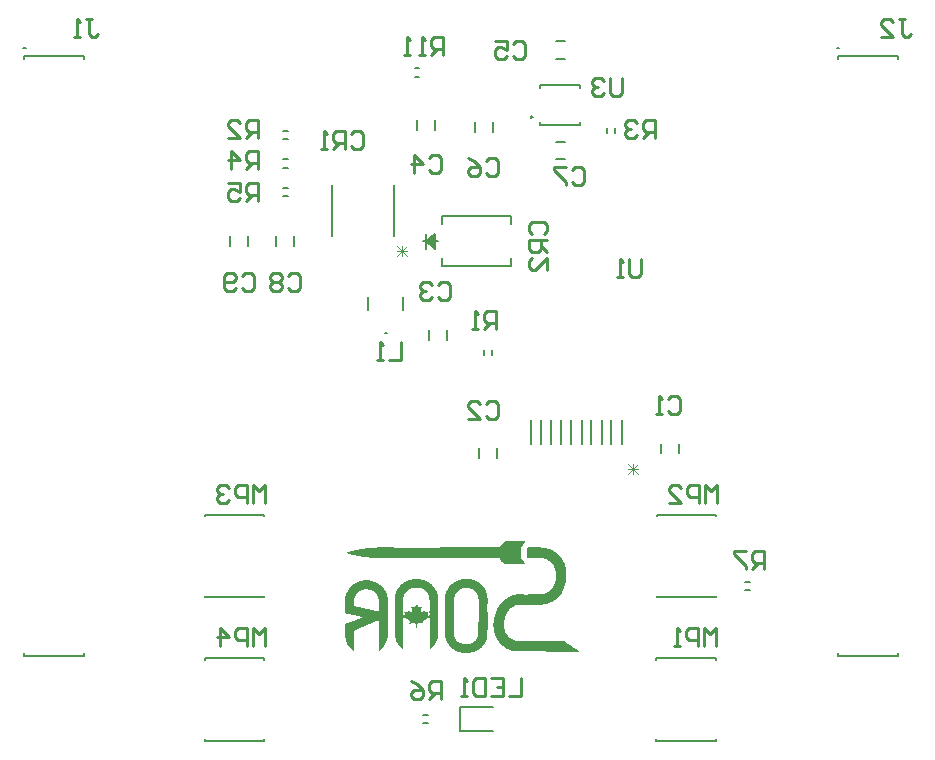
<source format=gbo>
G04*
G04 #@! TF.GenerationSoftware,Altium Limited,Altium Designer,22.9.1 (49)*
G04*
G04 Layer_Color=32896*
%FSLAX25Y25*%
%MOIN*%
G70*
G04*
G04 #@! TF.SameCoordinates,5559CDC9-6134-4E51-B498-14E690802BEE*
G04*
G04*
G04 #@! TF.FilePolarity,Positive*
G04*
G01*
G75*
%ADD12C,0.01000*%
%ADD42C,0.00787*%
%ADD43C,0.00600*%
%ADD44C,0.00300*%
G36*
X-125824Y-241027D02*
X-125282Y-241055D01*
X-125197Y-241084D01*
X-124712Y-241141D01*
X-124597Y-241170D01*
X-124127Y-241241D01*
X-124012Y-241269D01*
X-123784Y-241355D01*
X-123328Y-241469D01*
X-123171Y-241512D01*
X-123028Y-241569D01*
X-122771Y-241683D01*
X-122629Y-241740D01*
X-122472Y-241783D01*
X-122243Y-241926D01*
X-122087Y-241997D01*
X-121901Y-242068D01*
X-121730Y-242182D01*
X-121687Y-242225D01*
X-121544Y-242282D01*
X-121345Y-242396D01*
X-121259Y-242482D01*
X-121002Y-242625D01*
X-120845Y-242753D01*
X-120774Y-242825D01*
X-120574Y-242939D01*
X-120503Y-243039D01*
X-120332Y-243153D01*
X-119675Y-243809D01*
X-119647Y-243866D01*
X-119576Y-243937D01*
X-119518Y-243966D01*
X-119447Y-244066D01*
X-119319Y-244223D01*
X-119247Y-244294D01*
X-119219Y-244351D01*
X-119033Y-244622D01*
X-118962Y-244693D01*
X-118934Y-244750D01*
X-118791Y-245007D01*
X-118734Y-245064D01*
X-118705Y-245121D01*
X-118477Y-245549D01*
X-118334Y-245863D01*
X-118277Y-246006D01*
X-118078Y-246434D01*
X-118035Y-246619D01*
X-117921Y-246905D01*
X-117878Y-247062D01*
X-117821Y-247261D01*
X-117792Y-247375D01*
X-117749Y-247618D01*
X-117721Y-247761D01*
X-117692Y-247875D01*
X-117650Y-248032D01*
X-117593Y-248260D01*
X-117564Y-248460D01*
X-117507Y-249030D01*
X-117478Y-249915D01*
X-117507Y-251170D01*
X-117535Y-251256D01*
X-117578Y-251727D01*
X-117607Y-251898D01*
X-117635Y-252041D01*
X-117678Y-252198D01*
X-117735Y-252426D01*
X-117764Y-252626D01*
X-117792Y-252740D01*
X-117835Y-252982D01*
X-117864Y-253096D01*
X-118049Y-253681D01*
X-118106Y-253910D01*
X-118120Y-253952D01*
X-118135Y-253967D01*
X-118177Y-254124D01*
X-118249Y-254252D01*
X-118306Y-254395D01*
X-118334Y-254509D01*
X-118434Y-254780D01*
X-118477Y-254823D01*
X-118591Y-255079D01*
X-118663Y-255265D01*
X-118705Y-255365D01*
X-118848Y-255593D01*
X-118905Y-255736D01*
X-119019Y-255935D01*
X-119076Y-255993D01*
X-119105Y-256050D01*
X-119276Y-256363D01*
X-119362Y-256449D01*
X-119390Y-256506D01*
X-119504Y-256706D01*
X-119675Y-256877D01*
X-119704Y-256934D01*
X-119832Y-257091D01*
X-119932Y-257191D01*
X-119961Y-257248D01*
X-120089Y-257405D01*
X-120660Y-257976D01*
X-120717Y-258004D01*
X-120760Y-258047D01*
X-120788Y-258104D01*
X-120959Y-258218D01*
X-121002Y-258261D01*
X-121059Y-258289D01*
X-121202Y-258432D01*
X-121345Y-258518D01*
X-121502Y-258646D01*
X-121744Y-258774D01*
X-121901Y-258903D01*
X-122357Y-259131D01*
X-122400Y-259174D01*
X-122543Y-259231D01*
X-122814Y-259331D01*
X-123057Y-259459D01*
X-123456Y-259573D01*
X-123642Y-259645D01*
X-123784Y-259702D01*
X-123941Y-259745D01*
X-124127Y-259787D01*
X-124269Y-259816D01*
X-124612Y-259873D01*
X-124897Y-259930D01*
X-125011Y-259959D01*
X-125296Y-260016D01*
X-125682Y-260058D01*
X-126138Y-260087D01*
X-126252Y-260116D01*
X-127522Y-260187D01*
X-129790Y-260201D01*
X-129876Y-260173D01*
X-131773Y-260101D01*
X-132373Y-260073D01*
X-133100Y-260058D01*
X-133186Y-260087D01*
X-133700Y-260116D01*
X-133785Y-260144D01*
X-133956Y-260173D01*
X-134156Y-260258D01*
X-134356Y-260315D01*
X-134470Y-260344D01*
X-134741Y-260444D01*
X-135354Y-260772D01*
X-135411Y-260829D01*
X-135468Y-260857D01*
X-135668Y-260971D01*
X-135839Y-261143D01*
X-135897Y-261171D01*
X-136110Y-261328D01*
X-136139Y-261385D01*
X-136182Y-261428D01*
X-136239Y-261457D01*
X-136453Y-261671D01*
X-136481Y-261728D01*
X-136653Y-261870D01*
X-136681Y-261927D01*
X-136810Y-262084D01*
X-136938Y-262213D01*
X-137052Y-262412D01*
X-137180Y-262569D01*
X-137366Y-262897D01*
X-137480Y-263069D01*
X-137537Y-263211D01*
X-137609Y-263397D01*
X-137651Y-263440D01*
X-137680Y-263497D01*
X-137765Y-263696D01*
X-137808Y-263882D01*
X-137951Y-264281D01*
X-137979Y-264395D01*
X-138022Y-264552D01*
X-138079Y-264895D01*
X-138222Y-265979D01*
X-138251Y-266350D01*
X-138222Y-267263D01*
X-138193Y-267349D01*
X-138151Y-267734D01*
X-138037Y-268476D01*
X-138008Y-268590D01*
X-137894Y-268875D01*
X-137780Y-269189D01*
X-137694Y-269417D01*
X-137651Y-269460D01*
X-137623Y-269517D01*
X-137423Y-269888D01*
X-137309Y-270002D01*
X-137195Y-270202D01*
X-137052Y-270345D01*
X-137024Y-270402D01*
X-136967Y-270459D01*
X-136938Y-270516D01*
X-136638Y-270815D01*
X-136581Y-270844D01*
X-136382Y-271044D01*
X-136325Y-271072D01*
X-136267Y-271129D01*
X-136210Y-271158D01*
X-136096Y-271272D01*
X-135839Y-271415D01*
X-135640Y-271557D01*
X-135497Y-271614D01*
X-135012Y-271843D01*
X-134898Y-271871D01*
X-134627Y-271971D01*
X-134470Y-272042D01*
X-134242Y-272099D01*
X-133557Y-272185D01*
X-133443Y-272214D01*
X-126652Y-272185D01*
X-121102Y-272199D01*
X-118663Y-272185D01*
X-118577Y-272214D01*
X-118363Y-272199D01*
X-118192Y-272228D01*
X-118092Y-272271D01*
X-117721Y-272470D01*
X-117578Y-272613D01*
X-117521Y-272642D01*
X-117322Y-272756D01*
X-117165Y-272884D01*
X-116851Y-273084D01*
X-116751Y-273184D01*
X-116494Y-273326D01*
X-116380Y-273441D01*
X-116323Y-273469D01*
X-116123Y-273583D01*
X-116037Y-273669D01*
X-115980Y-273697D01*
X-115809Y-273811D01*
X-115752Y-273840D01*
X-115595Y-273968D01*
X-115552Y-274011D01*
X-115296Y-274154D01*
X-115210Y-274239D01*
X-115153Y-274268D01*
X-114882Y-274453D01*
X-114839Y-274496D01*
X-114782Y-274525D01*
X-114582Y-274639D01*
X-114425Y-274767D01*
X-114354Y-274839D01*
X-114097Y-274981D01*
X-114012Y-275067D01*
X-113954Y-275095D01*
X-113755Y-275209D01*
X-113698Y-275267D01*
X-113641Y-275295D01*
X-113584Y-275352D01*
X-113398Y-275452D01*
X-113370Y-275509D01*
X-113341Y-275595D01*
X-113412Y-275666D01*
X-113526Y-275695D01*
X-113612Y-275723D01*
X-113698Y-275695D01*
X-114154Y-275666D01*
X-114354Y-275695D01*
X-133871Y-275666D01*
X-133956Y-275638D01*
X-134527Y-275609D01*
X-134613Y-275581D01*
X-134784Y-275552D01*
X-134869Y-275523D01*
X-135212Y-275466D01*
X-135326Y-275438D01*
X-135526Y-275409D01*
X-135754Y-275352D01*
X-135939Y-275281D01*
X-136353Y-275152D01*
X-136710Y-275024D01*
X-136752Y-274981D01*
X-136952Y-274896D01*
X-137138Y-274824D01*
X-137295Y-274725D01*
X-137466Y-274610D01*
X-137580Y-274582D01*
X-137951Y-274325D01*
X-138151Y-274211D01*
X-138293Y-274068D01*
X-138436Y-273983D01*
X-138593Y-273854D01*
X-138693Y-273754D01*
X-138750Y-273726D01*
X-138978Y-273498D01*
X-139035Y-273469D01*
X-139164Y-273341D01*
X-139192Y-273284D01*
X-139263Y-273212D01*
X-139321Y-273184D01*
X-139392Y-273112D01*
X-139420Y-273055D01*
X-139549Y-272898D01*
X-139677Y-272770D01*
X-139706Y-272713D01*
X-139905Y-272456D01*
X-139962Y-272399D01*
X-140077Y-272199D01*
X-140162Y-272114D01*
X-140191Y-272057D01*
X-140333Y-271800D01*
X-140419Y-271714D01*
X-140447Y-271657D01*
X-140676Y-271229D01*
X-140733Y-271172D01*
X-140847Y-270887D01*
X-141075Y-270402D01*
X-141118Y-270245D01*
X-141175Y-270102D01*
X-141275Y-269917D01*
X-141389Y-269460D01*
X-141446Y-269260D01*
X-141517Y-269075D01*
X-141546Y-268961D01*
X-141603Y-268675D01*
X-141674Y-268091D01*
X-141703Y-267891D01*
X-141746Y-267534D01*
X-141774Y-267220D01*
X-141789Y-266321D01*
X-141760Y-266236D01*
X-141732Y-265779D01*
X-141703Y-265694D01*
X-141660Y-265223D01*
X-141632Y-264938D01*
X-141575Y-264567D01*
X-141517Y-264281D01*
X-141446Y-264039D01*
X-141389Y-263811D01*
X-141346Y-263625D01*
X-141318Y-263454D01*
X-141261Y-263226D01*
X-141189Y-263069D01*
X-141104Y-262783D01*
X-141047Y-262555D01*
X-140875Y-262184D01*
X-140719Y-261742D01*
X-140676Y-261699D01*
X-140505Y-261328D01*
X-140419Y-261186D01*
X-140305Y-261014D01*
X-140162Y-260757D01*
X-140034Y-260601D01*
X-139948Y-260429D01*
X-139877Y-260330D01*
X-139791Y-260244D01*
X-139763Y-260187D01*
X-139563Y-259930D01*
X-139477Y-259844D01*
X-139449Y-259787D01*
X-139321Y-259630D01*
X-139192Y-259502D01*
X-139164Y-259445D01*
X-139107Y-259388D01*
X-139078Y-259331D01*
X-138907Y-259188D01*
X-138850Y-259131D01*
X-138821Y-259074D01*
X-138778Y-259031D01*
X-138721Y-259003D01*
X-138664Y-258946D01*
X-138621Y-258931D01*
X-138593Y-258874D01*
X-138464Y-258746D01*
X-138407Y-258717D01*
X-138251Y-258589D01*
X-138151Y-258489D01*
X-138094Y-258461D01*
X-137837Y-258261D01*
X-137751Y-258175D01*
X-137551Y-258061D01*
X-137352Y-257919D01*
X-137152Y-257804D01*
X-136952Y-257662D01*
X-136810Y-257605D01*
X-136553Y-257462D01*
X-136239Y-257319D01*
X-135811Y-257119D01*
X-135611Y-257063D01*
X-135468Y-257005D01*
X-135283Y-256934D01*
X-134955Y-256834D01*
X-134613Y-256777D01*
X-134498Y-256749D01*
X-134256Y-256706D01*
X-134142Y-256677D01*
X-133999Y-256649D01*
X-133828Y-256620D01*
X-133543Y-256592D01*
X-132901Y-256577D01*
X-132815Y-256606D01*
X-132087Y-256677D01*
X-131431Y-256706D01*
X-131017Y-256720D01*
X-130932Y-256692D01*
X-129676Y-256663D01*
X-129591Y-256634D01*
X-128892Y-256592D01*
X-128064Y-256563D01*
X-126909Y-256549D01*
X-126823Y-256577D01*
X-125853Y-256606D01*
X-125767Y-256577D01*
X-125311Y-256549D01*
X-125225Y-256520D01*
X-124983Y-256478D01*
X-124754Y-256392D01*
X-124597Y-256321D01*
X-124241Y-256192D01*
X-124069Y-256078D01*
X-124027Y-256035D01*
X-123841Y-255964D01*
X-123556Y-255736D01*
X-123399Y-255636D01*
X-123299Y-255564D01*
X-123271Y-255507D01*
X-123142Y-255408D01*
X-123085Y-255379D01*
X-123014Y-255308D01*
X-122985Y-255251D01*
X-122885Y-255151D01*
X-122828Y-255122D01*
X-122757Y-255051D01*
X-122729Y-254994D01*
X-122500Y-254766D01*
X-122472Y-254709D01*
X-122343Y-254552D01*
X-122243Y-254452D01*
X-122215Y-254395D01*
X-122101Y-254195D01*
X-122015Y-254109D01*
X-121987Y-254052D01*
X-121815Y-253738D01*
X-121673Y-253539D01*
X-121616Y-253339D01*
X-121387Y-252854D01*
X-121302Y-252512D01*
X-121159Y-252140D01*
X-121102Y-251798D01*
X-121074Y-251598D01*
X-121045Y-251313D01*
X-121017Y-251199D01*
X-120988Y-250571D01*
X-121017Y-249458D01*
X-121045Y-249373D01*
X-121088Y-248902D01*
X-121145Y-248531D01*
X-121173Y-248417D01*
X-121259Y-248189D01*
X-121302Y-248032D01*
X-121387Y-247689D01*
X-121444Y-247547D01*
X-121473Y-247490D01*
X-121616Y-247176D01*
X-121673Y-247033D01*
X-121701Y-246976D01*
X-121844Y-246776D01*
X-122015Y-246462D01*
X-122158Y-246320D01*
X-122243Y-246177D01*
X-122472Y-245949D01*
X-122500Y-245892D01*
X-122543Y-245849D01*
X-122600Y-245820D01*
X-122828Y-245592D01*
X-122971Y-245507D01*
X-123114Y-245364D01*
X-123485Y-245164D01*
X-123627Y-245079D01*
X-123770Y-245022D01*
X-124041Y-244922D01*
X-124084Y-244879D01*
X-124226Y-244822D01*
X-124426Y-244765D01*
X-124726Y-244693D01*
X-125182Y-244579D01*
X-125354Y-244551D01*
X-125739Y-244508D01*
X-126794Y-244479D01*
X-130290Y-244494D01*
X-130390Y-244451D01*
X-130490Y-244351D01*
X-130518Y-244151D01*
X-130561Y-242625D01*
X-130589Y-241655D01*
X-130618Y-241426D01*
X-130632Y-241384D01*
X-130604Y-241298D01*
X-130575Y-241184D01*
X-130447Y-241055D01*
X-130304Y-240998D01*
X-129833Y-241013D01*
X-125910Y-240998D01*
X-125824Y-241027D01*
D02*
G37*
G36*
X-131146Y-239101D02*
X-131260Y-239301D01*
X-131403Y-239500D01*
X-131488Y-239586D01*
X-131517Y-239643D01*
X-131531Y-239657D01*
X-131545Y-239671D01*
X-131574Y-239729D01*
X-131702Y-239886D01*
X-131802Y-239985D01*
X-131916Y-240185D01*
X-132059Y-240328D01*
X-132173Y-240528D01*
X-132301Y-240656D01*
X-132358Y-240685D01*
X-132473Y-240856D01*
X-132515Y-241013D01*
X-132487Y-241640D01*
X-132501Y-244651D01*
X-132287Y-244865D01*
X-132258Y-244922D01*
X-132116Y-245064D01*
X-132087Y-245121D01*
X-131888Y-245378D01*
X-131831Y-245435D01*
X-131716Y-245635D01*
X-131631Y-245721D01*
X-131602Y-245778D01*
X-131488Y-245977D01*
X-131388Y-246077D01*
X-131331Y-246106D01*
X-131288Y-246149D01*
X-131231Y-246291D01*
X-131260Y-246405D01*
X-131417Y-246448D01*
X-131502Y-246420D01*
X-131788Y-246391D01*
X-131988Y-246420D01*
X-137680Y-246405D01*
X-138094Y-246420D01*
X-138293Y-246305D01*
X-138593Y-246006D01*
X-138621Y-245949D01*
X-138750Y-245820D01*
X-138807Y-245792D01*
X-138878Y-245692D01*
X-139164Y-245407D01*
X-139192Y-245350D01*
X-139235Y-245307D01*
X-139292Y-245278D01*
X-139392Y-245178D01*
X-139420Y-245121D01*
X-139649Y-244893D01*
X-139677Y-244779D01*
X-139749Y-244679D01*
X-140062Y-244536D01*
X-140176Y-244508D01*
X-140547Y-244479D01*
X-160064Y-244451D01*
X-160150Y-244422D01*
X-160292Y-244365D01*
X-160406Y-244337D01*
X-160563Y-244379D01*
X-160735Y-244408D01*
X-160777Y-244422D01*
X-160863Y-244394D01*
X-173888Y-244379D01*
X-173903Y-244394D01*
X-173988Y-244365D01*
X-174102Y-244394D01*
X-174416Y-244365D01*
X-174559Y-244308D01*
X-174673Y-244337D01*
X-174759Y-244422D01*
X-174958Y-244479D01*
X-178154Y-244508D01*
X-181236Y-244479D01*
X-181321Y-244451D01*
X-182534Y-244408D01*
X-182876Y-244379D01*
X-183162Y-244351D01*
X-183390Y-244322D01*
X-183675Y-244294D01*
X-183904Y-244265D01*
X-184531Y-244208D01*
X-184874Y-244180D01*
X-185330Y-244123D01*
X-185501Y-244094D01*
X-185644Y-244066D01*
X-185758Y-244037D01*
X-185901Y-244009D01*
X-186072Y-243980D01*
X-186529Y-243923D01*
X-186871Y-243866D01*
X-187014Y-243837D01*
X-187128Y-243809D01*
X-187270Y-243780D01*
X-187427Y-243738D01*
X-187627Y-243709D01*
X-187741Y-243681D01*
X-187941Y-243652D01*
X-188055Y-243623D01*
X-188412Y-243552D01*
X-188597Y-243481D01*
X-188940Y-243395D01*
X-189382Y-243295D01*
X-189524Y-243238D01*
X-189710Y-243167D01*
X-189895Y-243124D01*
X-190124Y-243067D01*
X-190281Y-243024D01*
X-190395Y-242996D01*
X-190666Y-242896D01*
X-190766Y-242825D01*
X-190780Y-242696D01*
X-190680Y-242596D01*
X-190480Y-242568D01*
X-190366Y-242539D01*
X-190138Y-242511D01*
X-189938Y-242425D01*
X-189796Y-242368D01*
X-189681Y-242339D01*
X-189496Y-242297D01*
X-189353Y-242268D01*
X-189011Y-242182D01*
X-188826Y-242111D01*
X-188597Y-242054D01*
X-188255Y-241997D01*
X-188141Y-241968D01*
X-187955Y-241926D01*
X-187627Y-241826D01*
X-187513Y-241797D01*
X-187042Y-241726D01*
X-186871Y-241697D01*
X-186728Y-241669D01*
X-186557Y-241640D01*
X-186329Y-241583D01*
X-186186Y-241555D01*
X-186015Y-241526D01*
X-185787Y-241498D01*
X-185401Y-241455D01*
X-184831Y-241398D01*
X-184717Y-241369D01*
X-184446Y-241326D01*
X-184303Y-241298D01*
X-184075Y-241269D01*
X-183789Y-241241D01*
X-183447Y-241212D01*
X-182648Y-241155D01*
X-182134Y-241127D01*
X-180936Y-241041D01*
X-180394Y-241013D01*
X-179224Y-240984D01*
X-176785Y-240970D01*
X-176699Y-240998D01*
X-175172Y-241013D01*
X-175015Y-240998D01*
X-174930Y-241027D01*
X-174816Y-241055D01*
X-174616Y-241255D01*
X-174431Y-241184D01*
X-174302Y-241141D01*
X-160578Y-241170D01*
X-160492Y-241198D01*
X-160378Y-241227D01*
X-160178Y-241112D01*
X-160036Y-241055D01*
X-159921Y-241027D01*
X-159722Y-240998D01*
X-140034Y-240970D01*
X-139663Y-240770D01*
X-139592Y-240585D01*
X-139506Y-240442D01*
X-139335Y-240299D01*
X-139292Y-240257D01*
X-139235Y-240228D01*
X-139107Y-240100D01*
X-139078Y-240042D01*
X-138821Y-239786D01*
X-138793Y-239729D01*
X-138564Y-239500D01*
X-138536Y-239443D01*
X-138436Y-239343D01*
X-138251Y-239272D01*
X-138151Y-239201D01*
X-138108Y-239158D01*
X-138079Y-239015D01*
X-131160Y-239001D01*
X-131146Y-239101D01*
D02*
G37*
G36*
X-165913Y-251670D02*
X-165828Y-251698D01*
X-165642Y-251741D01*
X-165528Y-251770D01*
X-165371Y-251812D01*
X-165029Y-251898D01*
X-164843Y-251941D01*
X-164701Y-251969D01*
X-164558Y-252026D01*
X-164201Y-252183D01*
X-164087Y-252212D01*
X-163830Y-252355D01*
X-163773Y-252412D01*
X-163588Y-252483D01*
X-163445Y-252540D01*
X-163402Y-252583D01*
X-163345Y-252611D01*
X-163260Y-252697D01*
X-163003Y-252840D01*
X-162889Y-252954D01*
X-162832Y-252982D01*
X-162632Y-253125D01*
X-162518Y-253239D01*
X-162461Y-253268D01*
X-162404Y-253325D01*
X-162347Y-253353D01*
X-161961Y-253738D01*
X-161933Y-253795D01*
X-161705Y-254024D01*
X-161676Y-254081D01*
X-161548Y-254238D01*
X-161448Y-254338D01*
X-161305Y-254594D01*
X-161191Y-254709D01*
X-161134Y-254851D01*
X-160991Y-255108D01*
X-160877Y-255279D01*
X-160835Y-255436D01*
X-160763Y-255622D01*
X-160592Y-255993D01*
X-160521Y-256321D01*
X-160464Y-256463D01*
X-160392Y-256649D01*
X-160335Y-256877D01*
X-160307Y-257162D01*
X-160278Y-257533D01*
X-160249Y-257647D01*
X-160221Y-258617D01*
X-160193Y-264296D01*
X-160235Y-269760D01*
X-160292Y-270502D01*
X-160321Y-270787D01*
X-160349Y-270958D01*
X-160378Y-271072D01*
X-160492Y-271358D01*
X-160535Y-271486D01*
X-160606Y-271814D01*
X-160820Y-272228D01*
X-160920Y-272499D01*
X-160991Y-272599D01*
X-161106Y-272770D01*
X-161163Y-272913D01*
X-161291Y-273070D01*
X-161334Y-273112D01*
X-161362Y-273169D01*
X-161477Y-273369D01*
X-161648Y-273540D01*
X-161676Y-273597D01*
X-161805Y-273754D01*
X-161933Y-273883D01*
X-161961Y-273940D01*
X-162090Y-274068D01*
X-162147Y-274097D01*
X-162218Y-274197D01*
X-162318Y-274296D01*
X-162375Y-274325D01*
X-162575Y-274525D01*
X-162632Y-274553D01*
X-162860Y-274782D01*
X-162975Y-274810D01*
X-163074Y-274739D01*
X-163103Y-274625D01*
X-163046Y-274425D01*
X-163074Y-264552D01*
X-163103Y-264467D01*
X-163231Y-264224D01*
X-163374Y-264167D01*
X-163574Y-264281D01*
X-163631Y-264367D01*
X-163688Y-264395D01*
X-163745Y-264453D01*
X-163802Y-264481D01*
X-163945Y-264624D01*
X-164002Y-264652D01*
X-164201Y-264766D01*
X-164315Y-264881D01*
X-164373Y-264909D01*
X-164686Y-265080D01*
X-164743Y-265137D01*
X-164943Y-265251D01*
X-165186Y-265494D01*
X-165271Y-265694D01*
X-165243Y-266008D01*
X-165129Y-266264D01*
X-165200Y-266336D01*
X-165571Y-266307D01*
X-165657Y-266279D01*
X-166013Y-266236D01*
X-166184Y-266207D01*
X-166299Y-266179D01*
X-166541Y-266108D01*
X-166698Y-266093D01*
X-166841Y-266122D01*
X-166998Y-266222D01*
X-167069Y-266293D01*
X-167097Y-266350D01*
X-167155Y-266493D01*
X-167183Y-267748D01*
X-167283Y-267877D01*
X-167397Y-267905D01*
X-167540Y-267877D01*
X-167611Y-267805D01*
X-167668Y-267663D01*
X-167654Y-266507D01*
X-167697Y-266407D01*
X-167782Y-266321D01*
X-167811Y-266264D01*
X-167939Y-266136D01*
X-168167Y-266079D01*
X-168282Y-266108D01*
X-168467Y-266150D01*
X-168710Y-266222D01*
X-168824Y-266250D01*
X-169123Y-266293D01*
X-169380Y-266321D01*
X-169494Y-266350D01*
X-169708Y-266364D01*
X-169780Y-266293D01*
X-169751Y-266093D01*
X-169608Y-265894D01*
X-169637Y-265665D01*
X-169694Y-265608D01*
X-169722Y-265551D01*
X-169780Y-265494D01*
X-169808Y-265437D01*
X-169937Y-265280D01*
X-170136Y-265166D01*
X-170308Y-264995D01*
X-170564Y-264852D01*
X-170678Y-264738D01*
X-170935Y-264595D01*
X-171092Y-264467D01*
X-171135Y-264424D01*
X-171192Y-264395D01*
X-171477Y-264196D01*
X-171591Y-264167D01*
X-171706Y-264196D01*
X-171777Y-264239D01*
X-171805Y-264296D01*
X-171862Y-264438D01*
X-171891Y-264552D01*
X-171862Y-265437D01*
X-171834Y-274739D01*
X-171905Y-274810D01*
X-172076Y-274782D01*
X-172148Y-274710D01*
X-172176Y-274653D01*
X-172276Y-274553D01*
X-172333Y-274525D01*
X-172490Y-274396D01*
X-172647Y-274239D01*
X-172704Y-274211D01*
X-172804Y-274111D01*
X-172833Y-274054D01*
X-172933Y-273954D01*
X-172990Y-273926D01*
X-173061Y-273826D01*
X-173189Y-273669D01*
X-173289Y-273569D01*
X-173318Y-273512D01*
X-173460Y-273312D01*
X-173603Y-273169D01*
X-173746Y-272913D01*
X-173831Y-272827D01*
X-173888Y-272684D01*
X-174031Y-272428D01*
X-174145Y-272256D01*
X-174188Y-272071D01*
X-174216Y-271957D01*
X-174345Y-271743D01*
X-174373Y-271629D01*
X-174402Y-271543D01*
X-174431Y-271429D01*
X-174530Y-270987D01*
X-174559Y-270844D01*
X-174602Y-270687D01*
X-174630Y-270487D01*
X-174659Y-270373D01*
X-174716Y-269802D01*
Y-269774D01*
X-174687Y-257590D01*
X-174659Y-257505D01*
X-174616Y-257262D01*
X-174587Y-257119D01*
X-174559Y-257005D01*
X-174530Y-256863D01*
X-174502Y-256749D01*
X-174416Y-256321D01*
X-174388Y-256206D01*
X-174302Y-255978D01*
X-174202Y-255736D01*
X-174174Y-255622D01*
X-174102Y-255436D01*
X-174060Y-255393D01*
X-174031Y-255336D01*
X-173945Y-255194D01*
X-173846Y-254923D01*
X-173774Y-254823D01*
X-173689Y-254737D01*
X-173660Y-254680D01*
X-173517Y-254423D01*
X-173403Y-254309D01*
X-173289Y-254109D01*
X-173061Y-253881D01*
X-173032Y-253824D01*
X-172533Y-253325D01*
X-172476Y-253296D01*
X-172419Y-253239D01*
X-172362Y-253210D01*
X-172291Y-253139D01*
X-172262Y-253082D01*
X-171948Y-252882D01*
X-171877Y-252811D01*
X-171563Y-252640D01*
X-171477Y-252554D01*
X-171278Y-252469D01*
X-171092Y-252397D01*
X-171049Y-252355D01*
X-170992Y-252326D01*
X-170935Y-252269D01*
X-170792Y-252212D01*
X-170636Y-252169D01*
X-170521Y-252140D01*
X-170193Y-251984D01*
X-169994Y-251926D01*
X-169551Y-251827D01*
X-169423Y-251784D01*
X-169223Y-251727D01*
X-169109Y-251698D01*
X-168909Y-251670D01*
X-168453Y-251641D01*
X-165913Y-251670D01*
D02*
G37*
G36*
X-183090Y-251955D02*
X-183005Y-251984D01*
X-182776Y-252012D01*
X-182691Y-252041D01*
X-182577Y-252069D01*
X-182234Y-252126D01*
X-182120Y-252155D01*
X-181906Y-252198D01*
X-181521Y-252355D01*
X-181321Y-252412D01*
X-181136Y-252483D01*
X-181036Y-252526D01*
X-180808Y-252668D01*
X-180651Y-252711D01*
X-180422Y-252854D01*
X-180380Y-252897D01*
X-180009Y-253096D01*
X-179923Y-253182D01*
X-179866Y-253210D01*
X-179666Y-253353D01*
X-179609Y-253410D01*
X-179552Y-253439D01*
X-179495Y-253496D01*
X-179438Y-253524D01*
X-179381Y-253581D01*
X-179324Y-253610D01*
X-179039Y-253895D01*
X-178981Y-253924D01*
X-178910Y-254024D01*
X-178625Y-254309D01*
X-178596Y-254366D01*
X-178511Y-254452D01*
X-178497Y-254495D01*
X-178454Y-254509D01*
X-178425Y-254566D01*
X-178340Y-254651D01*
X-178311Y-254709D01*
X-178054Y-255079D01*
X-178026Y-255136D01*
X-177897Y-255293D01*
X-177797Y-255479D01*
X-177726Y-255664D01*
X-177655Y-255764D01*
X-177512Y-256078D01*
X-177483Y-256192D01*
X-177427Y-256335D01*
X-177284Y-256649D01*
X-177184Y-257119D01*
X-177155Y-257262D01*
X-177098Y-257490D01*
X-177070Y-257633D01*
X-177041Y-257804D01*
X-177013Y-258375D01*
X-176984Y-261713D01*
X-176970Y-262755D01*
X-176998Y-262840D01*
X-176970Y-263468D01*
X-176998Y-270402D01*
X-177027Y-270487D01*
X-177056Y-270858D01*
X-177084Y-270944D01*
X-177127Y-271101D01*
X-177155Y-271243D01*
X-177184Y-271358D01*
X-177269Y-271786D01*
X-177298Y-271900D01*
X-177355Y-272042D01*
X-177483Y-272342D01*
X-177541Y-272542D01*
X-177911Y-273255D01*
X-178026Y-273426D01*
X-178140Y-273626D01*
X-178197Y-273683D01*
X-178225Y-273740D01*
X-178311Y-273826D01*
X-178425Y-274025D01*
X-178596Y-274197D01*
X-178625Y-274254D01*
X-178910Y-274539D01*
X-178939Y-274596D01*
X-179110Y-274739D01*
X-179267Y-274896D01*
X-179324Y-274924D01*
X-179524Y-275124D01*
X-179581Y-275152D01*
X-179752Y-275324D01*
X-179866Y-275352D01*
X-179966Y-275309D01*
X-180023Y-275081D01*
X-179994Y-274996D01*
X-180023Y-265380D01*
X-180123Y-265280D01*
X-180208Y-265251D01*
X-180237D01*
X-180465Y-265280D01*
X-180722Y-265423D01*
X-180979Y-265537D01*
X-181164Y-265608D01*
X-181307Y-265665D01*
X-181492Y-265765D01*
X-181635Y-265822D01*
X-181906Y-265922D01*
X-182120Y-266050D01*
X-182477Y-266179D01*
X-182719Y-266307D01*
X-183076Y-266436D01*
X-183219Y-266493D01*
X-183262Y-266535D01*
X-183461Y-266621D01*
X-183775Y-266735D01*
X-183946Y-266849D01*
X-184389Y-267006D01*
X-184631Y-267135D01*
X-185073Y-267292D01*
X-185287Y-267420D01*
X-185687Y-267563D01*
X-185887Y-267677D01*
X-186029Y-267734D01*
X-186186Y-267777D01*
X-186329Y-267834D01*
X-186628Y-267991D01*
X-186742Y-268019D01*
X-186928Y-268091D01*
X-187228Y-268248D01*
X-187584Y-268376D01*
X-187870Y-268547D01*
X-187970Y-268618D01*
X-188126Y-268775D01*
X-188183Y-268918D01*
X-188212Y-269032D01*
X-188198Y-275295D01*
X-188269Y-275395D01*
X-188426Y-275409D01*
X-188483Y-275352D01*
X-188526Y-275338D01*
X-188554Y-275281D01*
X-188654Y-275181D01*
X-188711Y-275152D01*
X-188768Y-275095D01*
X-188826Y-275067D01*
X-189025Y-274867D01*
X-189082Y-274839D01*
X-189425Y-274496D01*
X-189468Y-274482D01*
X-189496Y-274425D01*
X-189582Y-274339D01*
X-189610Y-274282D01*
X-189810Y-274082D01*
X-189838Y-274025D01*
X-189895Y-273968D01*
X-189924Y-273911D01*
X-190067Y-273769D01*
X-190209Y-273512D01*
X-190266Y-273455D01*
X-190295Y-273398D01*
X-190495Y-273027D01*
X-190552Y-272970D01*
X-190637Y-272770D01*
X-190737Y-272499D01*
X-190794Y-272356D01*
X-190866Y-272199D01*
X-190908Y-272042D01*
X-190937Y-271900D01*
X-190965Y-271728D01*
X-190994Y-271586D01*
X-191023Y-271472D01*
X-191080Y-271329D01*
X-191137Y-271272D01*
X-191208Y-271258D01*
X-191194Y-266450D01*
X-190994Y-266421D01*
X-190937Y-266364D01*
X-190880Y-266336D01*
X-190709Y-266222D01*
X-190566Y-266165D01*
X-190224Y-266079D01*
X-190038Y-266008D01*
X-189739Y-265879D01*
X-189510Y-265822D01*
X-189239Y-265722D01*
X-189082Y-265651D01*
X-188883Y-265594D01*
X-188597Y-265508D01*
X-188283Y-265366D01*
X-188084Y-265309D01*
X-187970Y-265280D01*
X-187784Y-265209D01*
X-187484Y-265080D01*
X-187285Y-265023D01*
X-187171Y-264995D01*
X-187028Y-264938D01*
X-186842Y-264866D01*
X-186686Y-264795D01*
X-186486Y-264738D01*
X-186215Y-264638D01*
X-185972Y-264538D01*
X-185858Y-264510D01*
X-185530Y-264438D01*
X-185444Y-264353D01*
X-185473Y-264181D01*
X-185516Y-264139D01*
X-185630Y-264110D01*
X-185829Y-264082D01*
X-186044Y-264039D01*
X-186386Y-263953D01*
X-186529Y-263925D01*
X-186871Y-263868D01*
X-187014Y-263839D01*
X-187256Y-263768D01*
X-187456Y-263711D01*
X-187570Y-263682D01*
X-188012Y-263611D01*
X-188155Y-263582D01*
X-188497Y-263497D01*
X-188654Y-263454D01*
X-188997Y-263397D01*
X-189111Y-263368D01*
X-189410Y-263326D01*
X-189553Y-263297D01*
X-189781Y-263240D01*
X-189938Y-263197D01*
X-190166Y-263140D01*
X-190438Y-263097D01*
X-190666Y-263069D01*
X-190780Y-263040D01*
X-190937Y-262940D01*
X-191023Y-262855D01*
X-191137Y-262826D01*
X-191208Y-262812D01*
X-191194Y-257177D01*
X-191094Y-257162D01*
X-191065Y-257105D01*
X-190980Y-256906D01*
X-190937Y-256663D01*
X-190880Y-256435D01*
X-190823Y-256292D01*
X-190637Y-255878D01*
X-190580Y-255736D01*
X-190438Y-255536D01*
X-190238Y-255165D01*
X-190181Y-255108D01*
X-190152Y-255051D01*
X-190038Y-254851D01*
X-189953Y-254766D01*
X-189924Y-254709D01*
X-189867Y-254651D01*
X-189838Y-254594D01*
X-189710Y-254437D01*
X-189610Y-254338D01*
X-189582Y-254280D01*
X-189453Y-254124D01*
X-189239Y-253910D01*
X-189211Y-253853D01*
X-189111Y-253781D01*
X-188883Y-253553D01*
X-188826Y-253524D01*
X-188669Y-253396D01*
X-188540Y-253268D01*
X-188340Y-253153D01*
X-188255Y-253068D01*
X-188198Y-253039D01*
X-187941Y-252897D01*
X-187741Y-252754D01*
X-187599Y-252697D01*
X-187413Y-252626D01*
X-187199Y-252497D01*
X-187056Y-252440D01*
X-186942Y-252412D01*
X-186785Y-252369D01*
X-186557Y-252283D01*
X-186372Y-252212D01*
X-186143Y-252155D01*
X-185844Y-252112D01*
X-185673Y-252083D01*
X-185530Y-252055D01*
X-185416Y-252026D01*
X-185273Y-251998D01*
X-184888Y-251955D01*
X-184517Y-251926D01*
X-183090Y-251955D01*
D02*
G37*
G36*
X-150363Y-251527D02*
X-149735Y-251556D01*
X-149650Y-251584D01*
X-149264Y-251627D01*
X-149093Y-251656D01*
X-148979Y-251684D01*
X-148822Y-251727D01*
X-148679Y-251784D01*
X-148522Y-251827D01*
X-148180Y-251912D01*
X-148037Y-251969D01*
X-147795Y-252098D01*
X-147438Y-252226D01*
X-147395Y-252269D01*
X-147338Y-252297D01*
X-147281Y-252355D01*
X-147096Y-252426D01*
X-146868Y-252569D01*
X-146825Y-252611D01*
X-146768Y-252640D01*
X-146568Y-252754D01*
X-146411Y-252882D01*
X-146368Y-252925D01*
X-146311Y-252954D01*
X-146154Y-253082D01*
X-146026Y-253210D01*
X-145969Y-253239D01*
X-145912Y-253296D01*
X-145855Y-253325D01*
X-145783Y-253396D01*
X-145755Y-253453D01*
X-145683Y-253524D01*
X-145626Y-253553D01*
X-145498Y-253681D01*
X-145469Y-253738D01*
X-145241Y-253967D01*
X-145213Y-254024D01*
X-145013Y-254280D01*
X-144956Y-254338D01*
X-144813Y-254594D01*
X-144728Y-254680D01*
X-144699Y-254737D01*
X-144499Y-255108D01*
X-144414Y-255251D01*
X-144314Y-255522D01*
X-144157Y-255821D01*
X-144100Y-256021D01*
X-144071Y-256135D01*
X-144028Y-256292D01*
X-143929Y-256535D01*
X-143871Y-256763D01*
X-143815Y-257162D01*
X-143772Y-257519D01*
X-143743Y-257919D01*
X-143729Y-258389D01*
X-143757Y-258475D01*
X-143786Y-261157D01*
X-143757Y-263925D01*
Y-266321D01*
Y-266350D01*
X-143786Y-270373D01*
X-143815Y-270459D01*
X-143857Y-270844D01*
X-143886Y-271015D01*
X-143914Y-271129D01*
X-143971Y-271272D01*
X-144071Y-271600D01*
X-144100Y-271714D01*
X-144171Y-271900D01*
X-144328Y-272228D01*
X-144428Y-272499D01*
X-144471Y-272542D01*
X-144499Y-272599D01*
X-144556Y-272656D01*
X-144585Y-272713D01*
X-144756Y-273027D01*
X-144842Y-273112D01*
X-144870Y-273169D01*
X-144984Y-273369D01*
X-145156Y-273540D01*
X-145284Y-273754D01*
X-145341Y-273783D01*
X-145412Y-273854D01*
X-145441Y-273911D01*
X-145569Y-274068D01*
X-145669Y-274140D01*
X-145698Y-274197D01*
X-145855Y-274354D01*
X-145912Y-274382D01*
X-146140Y-274610D01*
X-146197Y-274639D01*
X-146368Y-274810D01*
X-146568Y-274924D01*
X-146682Y-275038D01*
X-146739Y-275067D01*
X-147053Y-275238D01*
X-147110Y-275295D01*
X-147167Y-275324D01*
X-147481Y-275466D01*
X-147681Y-275581D01*
X-147880Y-275666D01*
X-148080Y-275723D01*
X-148223Y-275780D01*
X-148423Y-275866D01*
X-148651Y-275923D01*
X-148993Y-275980D01*
X-149107Y-276009D01*
X-149378Y-276051D01*
X-149493Y-276080D01*
X-149635Y-276165D01*
X-149650Y-276237D01*
X-152203Y-276222D01*
X-152232Y-276137D01*
X-152389Y-276065D01*
X-152503Y-276037D01*
X-152702Y-276009D01*
X-152817Y-275980D01*
X-153059Y-275937D01*
X-153173Y-275909D01*
X-153402Y-275823D01*
X-153644Y-275723D01*
X-153844Y-275666D01*
X-154101Y-275523D01*
X-154357Y-275409D01*
X-154614Y-275267D01*
X-154671Y-275209D01*
X-154728Y-275181D01*
X-154985Y-275038D01*
X-155099Y-274924D01*
X-155299Y-274810D01*
X-155442Y-274667D01*
X-155499Y-274639D01*
X-155556Y-274582D01*
X-155613Y-274553D01*
X-155898Y-274268D01*
X-155955Y-274239D01*
X-156055Y-274140D01*
X-156084Y-274082D01*
X-156369Y-273797D01*
X-156398Y-273740D01*
X-156455Y-273683D01*
X-156483Y-273626D01*
X-156654Y-273455D01*
X-156769Y-273255D01*
X-156826Y-273198D01*
X-156854Y-273141D01*
X-156911Y-273084D01*
X-157082Y-272770D01*
X-157168Y-272684D01*
X-157225Y-272542D01*
X-157296Y-272356D01*
X-157396Y-272199D01*
X-157482Y-272000D01*
X-157610Y-271643D01*
X-157682Y-271486D01*
X-157739Y-271286D01*
X-157767Y-271172D01*
X-157824Y-270830D01*
X-157853Y-270716D01*
X-157896Y-270502D01*
X-157953Y-270159D01*
X-157981Y-269845D01*
X-157995Y-269460D01*
X-157967Y-269374D01*
X-157924Y-268048D01*
X-157910Y-265294D01*
X-157938Y-265209D01*
X-157981Y-262969D01*
X-157995Y-258161D01*
X-157967Y-258075D01*
X-157938Y-257562D01*
X-157910Y-257476D01*
X-157810Y-256834D01*
X-157781Y-256663D01*
X-157753Y-256520D01*
X-157710Y-256363D01*
X-157639Y-256178D01*
X-157582Y-256035D01*
X-157539Y-255878D01*
X-157482Y-255679D01*
X-157339Y-255422D01*
X-157254Y-255222D01*
X-157082Y-254908D01*
X-157025Y-254851D01*
X-156968Y-254709D01*
X-156854Y-254509D01*
X-156740Y-254395D01*
X-156711Y-254338D01*
X-156583Y-254124D01*
X-156526Y-254095D01*
X-156455Y-253995D01*
X-156326Y-253810D01*
X-156269Y-253781D01*
X-156169Y-253681D01*
X-156141Y-253624D01*
X-155984Y-253467D01*
X-155927Y-253439D01*
X-155855Y-253339D01*
X-155784Y-253268D01*
X-155727Y-253239D01*
X-155670Y-253182D01*
X-155613Y-253153D01*
X-155570Y-253111D01*
X-155542Y-253054D01*
X-155299Y-252897D01*
X-155142Y-252768D01*
X-155099Y-252726D01*
X-154842Y-252583D01*
X-154785Y-252526D01*
X-154728Y-252497D01*
X-154300Y-252269D01*
X-154044Y-252155D01*
X-153858Y-252083D01*
X-153530Y-251926D01*
X-153188Y-251841D01*
X-152988Y-251784D01*
X-152802Y-251712D01*
X-152574Y-251656D01*
X-152232Y-251598D01*
X-151975Y-251570D01*
X-151690Y-251541D01*
X-151205Y-251513D01*
X-150448Y-251499D01*
X-150363Y-251527D01*
D02*
G37*
%LPC*%
G36*
X-167996Y-254380D02*
X-168082Y-254409D01*
X-168267Y-254452D01*
X-169123Y-254594D01*
X-169352Y-254680D01*
X-169708Y-254837D01*
X-169908Y-254951D01*
X-169965Y-255008D01*
X-170022Y-255037D01*
X-170222Y-255151D01*
X-170279Y-255208D01*
X-170322Y-255222D01*
X-170350Y-255279D01*
X-170393Y-255322D01*
X-170450Y-255350D01*
X-170593Y-255436D01*
X-170607Y-255450D01*
X-170736Y-255607D01*
X-170978Y-255850D01*
X-171064Y-255993D01*
X-171206Y-256135D01*
X-171406Y-256506D01*
X-171463Y-256563D01*
X-171520Y-256706D01*
X-171549Y-256820D01*
X-171649Y-257091D01*
X-171720Y-257248D01*
X-171748Y-257362D01*
X-171777Y-257562D01*
X-171805Y-258104D01*
X-171834Y-258304D01*
X-171862Y-259188D01*
X-171891Y-259816D01*
X-171877Y-260315D01*
X-171891Y-260387D01*
X-171862Y-260472D01*
X-171834Y-262213D01*
X-171720Y-262412D01*
X-171677Y-262455D01*
X-171477Y-262370D01*
X-171135Y-262398D01*
X-170935Y-262484D01*
X-170821Y-262512D01*
X-170621Y-262541D01*
X-170436Y-262470D01*
X-170393Y-262427D01*
X-170136Y-262284D01*
X-169994Y-262056D01*
X-169908Y-262027D01*
X-169794Y-262056D01*
X-169722Y-262127D01*
X-169694Y-262184D01*
X-169566Y-262313D01*
X-169509Y-262341D01*
X-169252Y-262598D01*
X-169052Y-262627D01*
X-168909Y-262569D01*
X-168809Y-262470D01*
X-168838Y-262241D01*
X-168924Y-262041D01*
X-168981Y-261642D01*
X-169009Y-261300D01*
X-169066Y-261157D01*
X-169138Y-260971D01*
X-169152Y-260786D01*
X-169024Y-260743D01*
X-168881Y-260829D01*
X-168795Y-260914D01*
X-168738Y-260943D01*
X-168596Y-261000D01*
X-168253Y-260971D01*
X-168153Y-260900D01*
X-168125Y-260843D01*
X-167996Y-260686D01*
X-167868Y-260472D01*
X-167754Y-260273D01*
X-167668Y-260187D01*
X-167554Y-259873D01*
X-167483Y-259802D01*
X-167340Y-259830D01*
X-167269Y-259873D01*
X-167240Y-259930D01*
X-167155Y-260130D01*
X-167069Y-260273D01*
X-167012Y-260330D01*
X-166983Y-260387D01*
X-166812Y-260700D01*
X-166698Y-260815D01*
X-166669Y-260872D01*
X-166570Y-260971D01*
X-166455Y-261000D01*
X-166170Y-260971D01*
X-165913Y-260715D01*
X-165799Y-260686D01*
X-165714Y-260715D01*
X-165671Y-260843D01*
X-165785Y-261100D01*
X-165814Y-261585D01*
X-165842Y-261671D01*
X-165885Y-261913D01*
X-165913Y-262084D01*
X-165970Y-262227D01*
X-166013Y-262384D01*
X-165985Y-262555D01*
X-165942Y-262598D01*
X-165828Y-262627D01*
X-165600Y-262598D01*
X-165443Y-262470D01*
X-165414Y-262412D01*
X-165286Y-262256D01*
X-165086Y-262056D01*
X-164915Y-262084D01*
X-164786Y-262213D01*
X-164758Y-262270D01*
X-164701Y-262327D01*
X-164672Y-262384D01*
X-164544Y-262512D01*
X-164315Y-262569D01*
X-164087Y-262541D01*
X-163773Y-262398D01*
X-163517Y-262427D01*
X-163417Y-262498D01*
X-163445Y-262612D01*
X-163502Y-262669D01*
X-163559Y-262869D01*
X-163588Y-263069D01*
X-163616Y-263183D01*
X-163588Y-263582D01*
X-163517Y-263682D01*
X-163402Y-263711D01*
X-163231Y-263682D01*
X-163160Y-263639D01*
X-163131Y-263582D01*
X-163103Y-263497D01*
X-163089Y-262855D01*
X-163117Y-262712D01*
X-163146Y-262598D01*
X-163160Y-262241D01*
X-163131Y-262156D01*
X-163103Y-261699D01*
X-163074Y-261613D01*
X-163046Y-261157D01*
X-163017Y-261043D01*
X-163003Y-260058D01*
X-163031Y-259117D01*
X-163060Y-258717D01*
X-163089Y-258489D01*
X-163117Y-258204D01*
X-163146Y-257861D01*
X-163174Y-257576D01*
X-163231Y-257063D01*
X-163260Y-256948D01*
X-163317Y-256806D01*
X-163474Y-256478D01*
X-163531Y-256335D01*
X-163659Y-256178D01*
X-163859Y-255864D01*
X-164315Y-255408D01*
X-164373Y-255379D01*
X-164572Y-255236D01*
X-164658Y-255151D01*
X-164972Y-254980D01*
X-165143Y-254865D01*
X-165300Y-254823D01*
X-165414Y-254794D01*
X-165828Y-254609D01*
X-166056Y-254552D01*
X-166256Y-254523D01*
X-166370Y-254495D01*
X-166641Y-254452D01*
X-166926Y-254395D01*
X-167996Y-254380D01*
D02*
G37*
G36*
X-171677Y-262484D02*
X-171734Y-262512D01*
X-171834Y-262612D01*
X-171862Y-262812D01*
X-171834Y-263497D01*
X-171748Y-263639D01*
X-171706Y-263682D01*
X-171591Y-263711D01*
X-171449Y-263654D01*
X-171406Y-263611D01*
X-171349Y-263383D01*
Y-263354D01*
Y-263326D01*
X-171377Y-262955D01*
X-171406Y-262869D01*
X-171477Y-262684D01*
X-171549Y-262612D01*
X-171563Y-262569D01*
X-171620Y-262541D01*
X-171677Y-262484D01*
D02*
G37*
G36*
X-183661Y-254980D02*
X-184974Y-255008D01*
X-185059Y-255037D01*
X-185387Y-255108D01*
X-185673Y-255165D01*
X-185901Y-255251D01*
X-185944Y-255293D01*
X-186200Y-255408D01*
X-186457Y-255550D01*
X-186514Y-255607D01*
X-186571Y-255636D01*
X-186771Y-255750D01*
X-186942Y-255921D01*
X-186999Y-255950D01*
X-187356Y-256306D01*
X-187384Y-256363D01*
X-187513Y-256520D01*
X-187556Y-256563D01*
X-187584Y-256620D01*
X-187698Y-256820D01*
X-187841Y-257020D01*
X-187898Y-257162D01*
X-187927Y-257277D01*
X-188055Y-257633D01*
X-188126Y-257819D01*
X-188183Y-258218D01*
X-188212Y-258760D01*
X-188198Y-259630D01*
X-188212Y-260244D01*
X-188098Y-260444D01*
X-187998Y-260515D01*
X-187941Y-260572D01*
X-187798Y-260629D01*
X-187684Y-260658D01*
X-187484Y-260686D01*
X-187156Y-260757D01*
X-186914Y-260829D01*
X-186728Y-260872D01*
X-186215Y-260957D01*
X-186072Y-260986D01*
X-185958Y-261014D01*
X-185630Y-261114D01*
X-185387Y-261157D01*
X-185016Y-261214D01*
X-184731Y-261271D01*
X-184488Y-261343D01*
X-184303Y-261385D01*
X-184018Y-261442D01*
X-183504Y-261528D01*
X-183347Y-261571D01*
X-183062Y-261656D01*
X-182948Y-261685D01*
X-182677Y-261728D01*
X-182249Y-261813D01*
X-182006Y-261885D01*
X-181778Y-261942D01*
X-181578Y-261970D01*
X-181464Y-261999D01*
X-181193Y-262041D01*
X-181050Y-262070D01*
X-180708Y-262156D01*
X-180522Y-262227D01*
X-180365Y-262241D01*
X-180223Y-262213D01*
X-180052Y-262070D01*
X-179994Y-261927D01*
X-180023Y-258475D01*
X-180052Y-258389D01*
X-180080Y-258161D01*
X-180109Y-258075D01*
X-180166Y-257876D01*
X-180223Y-257647D01*
X-180265Y-257462D01*
X-180337Y-257277D01*
X-180480Y-257048D01*
X-180522Y-256891D01*
X-180665Y-256663D01*
X-180736Y-256592D01*
X-180765Y-256535D01*
X-180965Y-256278D01*
X-181079Y-256164D01*
X-181107Y-256107D01*
X-181236Y-255978D01*
X-181293Y-255950D01*
X-181492Y-255750D01*
X-181550Y-255721D01*
X-181749Y-255579D01*
X-181778D01*
X-181863Y-255493D01*
X-182063Y-255408D01*
X-182548Y-255179D01*
X-182734Y-255136D01*
X-182905Y-255108D01*
X-183019Y-255079D01*
X-183162Y-255051D01*
X-183276Y-255022D01*
X-183661Y-254980D01*
D02*
G37*
G36*
X-150563Y-254495D02*
X-151476Y-254523D01*
X-151561Y-254552D01*
X-151847Y-254580D01*
X-151932Y-254609D01*
X-152146Y-254651D01*
X-152260Y-254680D01*
X-152403Y-254737D01*
X-152702Y-254865D01*
X-152888Y-254937D01*
X-153045Y-255037D01*
X-153188Y-255122D01*
X-153387Y-255236D01*
X-153530Y-255379D01*
X-153587Y-255408D01*
X-153744Y-255536D01*
X-154058Y-255850D01*
X-154086Y-255907D01*
X-154229Y-256050D01*
X-154343Y-256249D01*
X-154429Y-256335D01*
X-154543Y-256620D01*
X-154614Y-256806D01*
X-154657Y-256849D01*
X-154714Y-257048D01*
X-154743Y-257162D01*
X-154785Y-257405D01*
X-154828Y-257790D01*
X-154857Y-258075D01*
X-154885Y-258190D01*
X-154928Y-258717D01*
X-154957Y-260572D01*
X-154971Y-260615D01*
X-154942Y-260700D01*
X-154971Y-262184D01*
X-155014Y-268561D01*
X-155028Y-269346D01*
X-154999Y-269432D01*
X-154971Y-269974D01*
X-154942Y-270059D01*
X-154900Y-270245D01*
X-154857Y-270402D01*
X-154814Y-270587D01*
X-154757Y-270815D01*
X-154671Y-271044D01*
X-154543Y-271258D01*
X-154472Y-271443D01*
X-154400Y-271543D01*
X-154286Y-271657D01*
X-154258Y-271714D01*
X-154115Y-271914D01*
X-153844Y-272185D01*
X-153787Y-272214D01*
X-153616Y-272385D01*
X-153416Y-272499D01*
X-153330Y-272585D01*
X-153273Y-272613D01*
X-153074Y-272699D01*
X-152888Y-272770D01*
X-152845Y-272813D01*
X-152646Y-272898D01*
X-152417Y-272955D01*
X-152232Y-272998D01*
X-151889Y-273084D01*
X-151732Y-273127D01*
X-151533Y-273155D01*
X-151418Y-273184D01*
X-150876Y-273212D01*
X-150163Y-273184D01*
X-150077Y-273155D01*
X-149864Y-273112D01*
X-149706Y-273070D01*
X-149592Y-273041D01*
X-149393Y-272984D01*
X-149278Y-272955D01*
X-149007Y-272856D01*
X-148836Y-272741D01*
X-148694Y-272684D01*
X-148465Y-272542D01*
X-148423Y-272499D01*
X-148365Y-272470D01*
X-148166Y-272328D01*
X-147995Y-272157D01*
X-147938Y-272128D01*
X-147695Y-271885D01*
X-147666Y-271828D01*
X-147609Y-271771D01*
X-147581Y-271714D01*
X-147524Y-271657D01*
X-147495Y-271600D01*
X-147410Y-271515D01*
X-147353Y-271372D01*
X-147238Y-271172D01*
X-147181Y-271115D01*
X-147124Y-270972D01*
X-147067Y-270744D01*
X-146925Y-270373D01*
X-146868Y-270145D01*
X-146810Y-269517D01*
X-146768Y-262227D01*
X-146739Y-259602D01*
X-146725Y-259388D01*
X-146753Y-259302D01*
X-146725Y-258247D01*
X-146753Y-258133D01*
X-146782Y-257704D01*
X-146810Y-257619D01*
X-146853Y-257319D01*
X-146882Y-257177D01*
X-146967Y-256948D01*
X-147010Y-256906D01*
X-147167Y-256463D01*
X-147210Y-256420D01*
X-147238Y-256363D01*
X-147324Y-256278D01*
X-147495Y-255964D01*
X-147638Y-255821D01*
X-147666Y-255764D01*
X-148023Y-255408D01*
X-148080Y-255379D01*
X-148237Y-255251D01*
X-148280Y-255208D01*
X-148594Y-255037D01*
X-148651Y-254980D01*
X-148851Y-254894D01*
X-149007Y-254851D01*
X-149164Y-254780D01*
X-149364Y-254694D01*
X-149706Y-254609D01*
X-149792D01*
X-149806Y-254594D01*
X-149978Y-254566D01*
X-150363Y-254523D01*
X-150563Y-254495D01*
D02*
G37*
%LPD*%
D12*
X-132501Y-284539D02*
Y-290537D01*
X-136500D01*
X-142498Y-284539D02*
X-138499D01*
Y-290537D01*
X-142498D01*
X-138499Y-287538D02*
X-140498D01*
X-144497Y-284539D02*
Y-290537D01*
X-147496D01*
X-148496Y-289538D01*
Y-285539D01*
X-147496Y-284539D01*
X-144497D01*
X-150495Y-290537D02*
X-152495D01*
X-151495D01*
Y-284539D01*
X-150495Y-285539D01*
X-159141Y-291506D02*
Y-285507D01*
X-162140D01*
X-163139Y-286507D01*
Y-288507D01*
X-162140Y-289506D01*
X-159141D01*
X-161140D02*
X-163139Y-291506D01*
X-169138Y-285507D02*
X-167138Y-286507D01*
X-165139Y-288507D01*
Y-290506D01*
X-166139Y-291506D01*
X-168138D01*
X-169138Y-290506D01*
Y-289506D01*
X-168138Y-288507D01*
X-165139D01*
X-51501Y-248037D02*
Y-242039D01*
X-54500D01*
X-55500Y-243039D01*
Y-245038D01*
X-54500Y-246038D01*
X-51501D01*
X-53500D02*
X-55500Y-248037D01*
X-57499Y-242039D02*
X-61498D01*
Y-243039D01*
X-57499Y-247038D01*
Y-248037D01*
X-158601Y-76937D02*
Y-70939D01*
X-161600D01*
X-162600Y-71939D01*
Y-73938D01*
X-161600Y-74938D01*
X-158601D01*
X-160600D02*
X-162600Y-76937D01*
X-164599D02*
X-166598D01*
X-165599D01*
Y-70939D01*
X-164599Y-71939D01*
X-169597Y-76937D02*
X-171597D01*
X-170597D01*
Y-70939D01*
X-169597Y-71939D01*
X-220303Y-125436D02*
Y-119438D01*
X-223302D01*
X-224301Y-120438D01*
Y-122437D01*
X-223302Y-123437D01*
X-220303D01*
X-222302D02*
X-224301Y-125436D01*
X-230299Y-119438D02*
X-226301D01*
Y-122437D01*
X-228300Y-121438D01*
X-229300D01*
X-230299Y-122437D01*
Y-124437D01*
X-229300Y-125436D01*
X-227300D01*
X-226301Y-124437D01*
X-220303Y-114936D02*
Y-108938D01*
X-223302D01*
X-224301Y-109938D01*
Y-111937D01*
X-223302Y-112937D01*
X-220303D01*
X-222302D02*
X-224301Y-114936D01*
X-229300D02*
Y-108938D01*
X-226301Y-111937D01*
X-230299D01*
X-217901Y-273937D02*
Y-267939D01*
X-219900Y-269939D01*
X-221900Y-267939D01*
Y-273937D01*
X-223899D02*
Y-267939D01*
X-226898D01*
X-227898Y-268939D01*
Y-270938D01*
X-226898Y-271938D01*
X-223899D01*
X-232896Y-273937D02*
Y-267939D01*
X-229897Y-270938D01*
X-233896D01*
X-217901Y-226137D02*
Y-220139D01*
X-219900Y-222139D01*
X-221900Y-220139D01*
Y-226137D01*
X-223899D02*
Y-220139D01*
X-226898D01*
X-227898Y-221139D01*
Y-223138D01*
X-226898Y-224138D01*
X-223899D01*
X-229897Y-221139D02*
X-230897Y-220139D01*
X-232896D01*
X-233896Y-221139D01*
Y-222139D01*
X-232896Y-223138D01*
X-231896D01*
X-232896D01*
X-233896Y-224138D01*
Y-225138D01*
X-232896Y-226137D01*
X-230897D01*
X-229897Y-225138D01*
X-67301Y-226137D02*
Y-220139D01*
X-69300Y-222139D01*
X-71300Y-220139D01*
Y-226137D01*
X-73299D02*
Y-220139D01*
X-76298D01*
X-77298Y-221139D01*
Y-223138D01*
X-76298Y-224138D01*
X-73299D01*
X-83296Y-226137D02*
X-79297D01*
X-83296Y-222139D01*
Y-221139D01*
X-82296Y-220139D01*
X-80297D01*
X-79297Y-221139D01*
X-67501Y-273937D02*
Y-267939D01*
X-69500Y-269939D01*
X-71500Y-267939D01*
Y-273937D01*
X-73499D02*
Y-267939D01*
X-76498D01*
X-77498Y-268939D01*
Y-270938D01*
X-76498Y-271938D01*
X-73499D01*
X-79497Y-273937D02*
X-81496D01*
X-80497D01*
Y-267939D01*
X-79497Y-268939D01*
X-128830Y-136421D02*
X-129829Y-135421D01*
Y-133422D01*
X-128830Y-132422D01*
X-124831D01*
X-123831Y-133422D01*
Y-135421D01*
X-124831Y-136421D01*
X-123831Y-138420D02*
X-129829D01*
Y-141419D01*
X-128830Y-142419D01*
X-126830D01*
X-125831Y-141419D01*
Y-138420D01*
Y-140419D02*
X-123831Y-142419D01*
Y-148417D02*
Y-144418D01*
X-127830Y-148417D01*
X-128830D01*
X-129829Y-147417D01*
Y-145418D01*
X-128830Y-144418D01*
X-225701Y-150438D02*
X-224702Y-149438D01*
X-222702D01*
X-221703Y-150438D01*
Y-154437D01*
X-222702Y-155436D01*
X-224702D01*
X-225701Y-154437D01*
X-227701D02*
X-228700Y-155436D01*
X-230700D01*
X-231699Y-154437D01*
Y-150438D01*
X-230700Y-149438D01*
X-228700D01*
X-227701Y-150438D01*
Y-151438D01*
X-228700Y-152437D01*
X-231699D01*
X-210156Y-150438D02*
X-209156Y-149438D01*
X-207157D01*
X-206157Y-150438D01*
Y-154437D01*
X-207157Y-155436D01*
X-209156D01*
X-210156Y-154437D01*
X-212155Y-150438D02*
X-213155Y-149438D01*
X-215154D01*
X-216154Y-150438D01*
Y-151438D01*
X-215154Y-152437D01*
X-216154Y-153437D01*
Y-154437D01*
X-215154Y-155436D01*
X-213155D01*
X-212155Y-154437D01*
Y-153437D01*
X-213155Y-152437D01*
X-212155Y-151438D01*
Y-150438D01*
X-213155Y-152437D02*
X-215154D01*
X-6600Y-64839D02*
X-4600D01*
X-5600D01*
Y-69838D01*
X-4600Y-70837D01*
X-3601D01*
X-2601Y-69838D01*
X-12598Y-70837D02*
X-8599D01*
X-12598Y-66839D01*
Y-65839D01*
X-11598Y-64839D01*
X-9599D01*
X-8599Y-65839D01*
X-277600Y-64839D02*
X-275600D01*
X-276600D01*
Y-69838D01*
X-275600Y-70837D01*
X-274601D01*
X-273601Y-69838D01*
X-279599Y-70837D02*
X-281598D01*
X-280599D01*
Y-64839D01*
X-279599Y-65839D01*
X-98803Y-84524D02*
Y-89522D01*
X-99802Y-90522D01*
X-101802D01*
X-102801Y-89522D01*
Y-84524D01*
X-104801Y-85523D02*
X-105800Y-84524D01*
X-107800D01*
X-108799Y-85523D01*
Y-86523D01*
X-107800Y-87523D01*
X-106800D01*
X-107800D01*
X-108799Y-88522D01*
Y-89522D01*
X-107800Y-90522D01*
X-105800D01*
X-104801Y-89522D01*
X-92601Y-144939D02*
Y-149938D01*
X-93601Y-150937D01*
X-95600D01*
X-96600Y-149938D01*
Y-144939D01*
X-98599Y-150937D02*
X-100598D01*
X-99599D01*
Y-144939D01*
X-98599Y-145939D01*
X-88003Y-104436D02*
Y-98438D01*
X-91002D01*
X-92001Y-99438D01*
Y-101437D01*
X-91002Y-102437D01*
X-88003D01*
X-90002D02*
X-92001Y-104436D01*
X-94001Y-99438D02*
X-95000Y-98438D01*
X-97000D01*
X-97999Y-99438D01*
Y-100438D01*
X-97000Y-101437D01*
X-96000D01*
X-97000D01*
X-97999Y-102437D01*
Y-103437D01*
X-97000Y-104436D01*
X-95000D01*
X-94001Y-103437D01*
X-220303Y-104420D02*
Y-98422D01*
X-223302D01*
X-224301Y-99422D01*
Y-101421D01*
X-223302Y-102421D01*
X-220303D01*
X-222302D02*
X-224301Y-104420D01*
X-230299D02*
X-226301D01*
X-230299Y-100421D01*
Y-99422D01*
X-229300Y-98422D01*
X-227300D01*
X-226301Y-99422D01*
X-140901Y-168305D02*
Y-162307D01*
X-143900D01*
X-144899Y-163307D01*
Y-165306D01*
X-143900Y-166306D01*
X-140901D01*
X-142900D02*
X-144899Y-168305D01*
X-146899D02*
X-148898D01*
X-147898D01*
Y-162307D01*
X-146899Y-163307D01*
X-172752Y-172468D02*
Y-178466D01*
X-176751D01*
X-178750D02*
X-180750D01*
X-179750D01*
Y-172468D01*
X-178750Y-173468D01*
X-189124Y-103078D02*
X-188124Y-102078D01*
X-186125D01*
X-185125Y-103078D01*
Y-107077D01*
X-186125Y-108077D01*
X-188124D01*
X-189124Y-107077D01*
X-191123Y-108077D02*
Y-102078D01*
X-194122D01*
X-195122Y-103078D01*
Y-105078D01*
X-194122Y-106077D01*
X-191123D01*
X-193123D02*
X-195122Y-108077D01*
X-197121D02*
X-199121D01*
X-198121D01*
Y-102078D01*
X-197121Y-103078D01*
X-115473Y-115102D02*
X-114474Y-114103D01*
X-112474D01*
X-111475Y-115102D01*
Y-119101D01*
X-112474Y-120101D01*
X-114474D01*
X-115473Y-119101D01*
X-117473Y-114103D02*
X-121471D01*
Y-115102D01*
X-117473Y-119101D01*
Y-120101D01*
X-144302Y-112103D02*
X-143303Y-111104D01*
X-141304D01*
X-140304Y-112103D01*
Y-116102D01*
X-141304Y-117102D01*
X-143303D01*
X-144302Y-116102D01*
X-150301Y-111104D02*
X-148301Y-112103D01*
X-146302Y-114103D01*
Y-116102D01*
X-147301Y-117102D01*
X-149301D01*
X-150301Y-116102D01*
Y-115102D01*
X-149301Y-114103D01*
X-146302D01*
X-135278Y-73079D02*
X-134278Y-72079D01*
X-132279D01*
X-131279Y-73079D01*
Y-77078D01*
X-132279Y-78077D01*
X-134278D01*
X-135278Y-77078D01*
X-141276Y-72079D02*
X-137277D01*
Y-75078D01*
X-139276Y-74079D01*
X-140276D01*
X-141276Y-75078D01*
Y-77078D01*
X-140276Y-78077D01*
X-138277D01*
X-137277Y-77078D01*
X-163348Y-111236D02*
X-162349Y-110236D01*
X-160349D01*
X-159350Y-111236D01*
Y-115235D01*
X-160349Y-116234D01*
X-162349D01*
X-163348Y-115235D01*
X-168347Y-116234D02*
Y-110236D01*
X-165348Y-113235D01*
X-169346D01*
X-160396Y-153446D02*
X-159396Y-152446D01*
X-157397D01*
X-156397Y-153446D01*
Y-157445D01*
X-157397Y-158444D01*
X-159396D01*
X-160396Y-157445D01*
X-162395Y-153446D02*
X-163395Y-152446D01*
X-165394D01*
X-166394Y-153446D01*
Y-154446D01*
X-165394Y-155445D01*
X-164394D01*
X-165394D01*
X-166394Y-156445D01*
Y-157445D01*
X-165394Y-158444D01*
X-163395D01*
X-162395Y-157445D01*
X-144400Y-193039D02*
X-143400Y-192039D01*
X-141401D01*
X-140401Y-193039D01*
Y-197038D01*
X-141401Y-198037D01*
X-143400D01*
X-144400Y-197038D01*
X-150398Y-198037D02*
X-146399D01*
X-150398Y-194039D01*
Y-193039D01*
X-149398Y-192039D01*
X-147399D01*
X-146399Y-193039D01*
X-83600Y-191439D02*
X-82600Y-190439D01*
X-80601D01*
X-79601Y-191439D01*
Y-195438D01*
X-80601Y-196437D01*
X-82600D01*
X-83600Y-195438D01*
X-85599Y-196437D02*
X-87598D01*
X-86599D01*
Y-190439D01*
X-85599Y-191439D01*
D42*
X-26643Y-74611D02*
X-27431D01*
X-26643D01*
X-297670D02*
X-298457D01*
X-297670D01*
X-153036Y-302292D02*
X-142013D01*
X-153036D02*
Y-294025D01*
X-142013D01*
X-165340Y-296781D02*
X-163766D01*
X-165340Y-299537D02*
X-163766D01*
X-57987Y-255212D02*
X-56412D01*
X-57987Y-252456D02*
X-56412D01*
X-163238Y-171727D02*
Y-168578D01*
X-157333Y-171727D02*
Y-168578D01*
X-27096Y-78292D02*
Y-77170D01*
X-7096Y-78292D02*
Y-77170D01*
X-27096Y-277170D02*
Y-276048D01*
X-7096Y-277170D02*
Y-276048D01*
X-27096Y-77170D02*
X-7096D01*
X-27096Y-277170D02*
X-7096D01*
X-298122D02*
X-278122D01*
X-298122Y-77170D02*
X-278122D01*
Y-277170D02*
Y-276048D01*
X-298122Y-277170D02*
Y-276048D01*
X-278122Y-78292D02*
Y-77170D01*
X-298122Y-78292D02*
Y-77170D01*
X-237843Y-305417D02*
Y-304826D01*
X-218158Y-305417D02*
Y-304826D01*
X-237843Y-278448D02*
Y-277858D01*
X-218158Y-278448D02*
Y-277858D01*
X-237843Y-305417D02*
X-218158D01*
X-237843Y-277858D02*
X-218158D01*
X-103979Y-102799D02*
Y-101224D01*
X-101223Y-102799D02*
Y-101224D01*
X-121104Y-72126D02*
X-117955D01*
X-121104Y-78031D02*
X-117955D01*
X-145079Y-176877D02*
Y-175303D01*
X-142323Y-176877D02*
Y-175303D01*
X-229654Y-140494D02*
Y-137345D01*
X-223748Y-140494D02*
Y-137345D01*
X-214108Y-140494D02*
Y-137345D01*
X-208203Y-140494D02*
Y-137345D01*
X-211943Y-123815D02*
X-210368D01*
X-211943Y-121059D02*
X-210368D01*
X-211943Y-114416D02*
X-210368D01*
X-211943Y-111660D02*
X-210368D01*
X-167301Y-101815D02*
Y-98665D01*
X-161395Y-101815D02*
Y-98665D01*
X-121104Y-111657D02*
X-117955D01*
X-121104Y-105752D02*
X-117955D01*
X-142048Y-102405D02*
Y-99256D01*
X-147954Y-102405D02*
Y-99256D01*
X-168088Y-84077D02*
X-166514D01*
X-168088Y-81322D02*
X-166514D01*
X-237843Y-230058D02*
X-218158D01*
X-237843Y-257617D02*
X-218158D01*
Y-230648D02*
Y-230058D01*
X-237843Y-230648D02*
Y-230058D01*
X-218158Y-257617D02*
Y-257026D01*
X-237843Y-257617D02*
Y-257026D01*
X-87284Y-230058D02*
X-67599D01*
X-87284Y-257617D02*
X-67599D01*
Y-230648D02*
Y-230058D01*
X-87284Y-230648D02*
Y-230058D01*
X-67599Y-257617D02*
Y-257026D01*
X-87284Y-257617D02*
Y-257026D01*
X-87443Y-277858D02*
X-67758D01*
X-87443Y-305417D02*
X-67758D01*
Y-278448D02*
Y-277858D01*
X-87443Y-278448D02*
Y-277858D01*
X-67758Y-305417D02*
Y-304826D01*
X-87443Y-305417D02*
Y-304826D01*
X-211943Y-102208D02*
X-210368D01*
X-211943Y-104964D02*
X-210368D01*
X-140753Y-211102D02*
Y-207952D01*
X-146658Y-211102D02*
Y-207952D01*
X-85869Y-209527D02*
Y-206378D01*
X-79963Y-209527D02*
Y-206378D01*
D43*
X-177401Y-169512D02*
X-178001D01*
X-177401D01*
X-128698Y-97485D02*
X-129298Y-97139D01*
Y-97831D01*
X-128698Y-97485D01*
X-195551Y-137026D02*
Y-120226D01*
X-174851Y-137026D02*
Y-120226D01*
X-171901Y-161951D02*
Y-157673D01*
X-183501Y-161951D02*
Y-157673D01*
X-112829Y-100247D02*
Y-99295D01*
X-126229Y-87799D02*
Y-86847D01*
Y-100247D02*
Y-99295D01*
Y-100247D02*
X-112829D01*
Y-87799D02*
Y-86847D01*
X-126229D02*
X-112829D01*
X-135777Y-147175D02*
Y-144580D01*
X-165285Y-138919D02*
X-160285D01*
X-164285Y-141419D02*
Y-136419D01*
Y-138919D02*
X-161285Y-141419D01*
X-164285Y-138919D02*
X-161285Y-140919D01*
X-164285Y-138919D02*
X-161285Y-140419D01*
X-164285Y-138919D02*
X-161285Y-139919D01*
X-164285Y-138919D02*
X-161285Y-139419D01*
X-164285Y-138919D02*
X-161285Y-136419D01*
X-164285Y-138919D02*
X-161285Y-136919D01*
X-164285Y-138919D02*
X-161285Y-137419D01*
X-164285Y-138919D02*
X-161285Y-137919D01*
X-164285Y-138919D02*
X-161285Y-138419D01*
Y-141419D02*
Y-136419D01*
X-158785Y-130663D02*
X-135777D01*
Y-133259D02*
Y-130663D01*
X-158785Y-147175D02*
X-135777D01*
X-158785D02*
Y-144580D01*
Y-133259D02*
Y-130663D01*
X-99028Y-206545D02*
Y-198555D01*
X-105721Y-206545D02*
Y-198555D01*
X-112414Y-206545D02*
Y-198555D01*
X-119107Y-206545D02*
Y-198555D01*
X-125800Y-206545D02*
Y-198555D01*
X-102629Y-206545D02*
Y-198555D01*
X-109321Y-206545D02*
Y-198555D01*
X-116014Y-206545D02*
Y-198555D01*
X-122707Y-206545D02*
Y-198555D01*
X-129400Y-206545D02*
Y-198555D01*
D44*
X-170486Y-143945D02*
X-173818Y-140612D01*
Y-143945D02*
X-170486Y-140612D01*
X-172152Y-143945D02*
Y-140612D01*
X-173818Y-142278D02*
X-170486D01*
X-93732Y-213180D02*
X-97064Y-216512D01*
X-93732D02*
X-97064Y-213180D01*
X-93732Y-214846D02*
X-97064D01*
X-95398Y-216512D02*
Y-213180D01*
M02*

</source>
